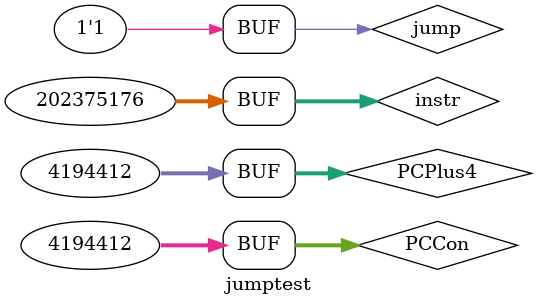
<source format=v>
module jump(
	input [31:0]instr,
	input [31:0]PCPlus4,
	input [31:0]PCCon,
	input jump,
	output [31:0] PC
	);
	reg [3:0] PCHigh;
	reg [27:0] PCLow;
	reg [31:0] PCNew;
	mux mux(PCCon,PCNew,jump,PC);
	always @(*) begin
		//$monitor("%x,%x,%x",PCHigh, PCLow, PCNew);
		PCHigh = PCPlus4[31:28];
		PCLow = instr[25:0];
		PCLow = PCLow << 2;
		PCNew = {PCHigh,PCLow};
	end
endmodule

module jumptest();
	reg [31:0] instr = 31'h0c100008;
	reg [31:0] PCPlus4 = 31'h040006c;
	reg [31:0] PCCon = 31'h040006c;
	wire [31:0] PC;
	reg jump = 1;
	jump j(instr,PCPlus4,PCCon,jump,PC);
	initial begin
		//$monitor(PC);
	end
endmodule
</source>
